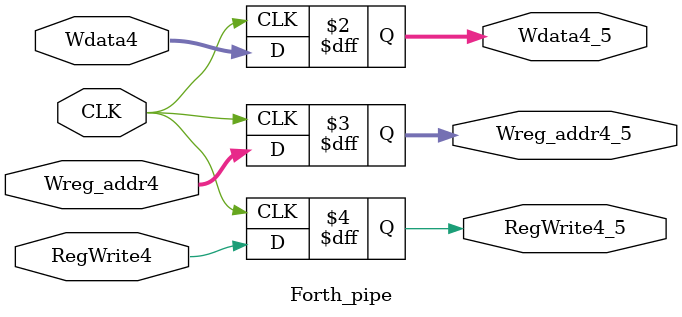
<source format=v>
module Forth_pipe(
  input CLK,
  input wire [31:0] Wdata4,
  input wire [4:0] Wreg_addr4,
  input wire RegWrite4,

  output reg [31:0] Wdata4_5,
  output reg [4:0] Wreg_addr4_5,
  output reg RegWrite4_5
);



always @(negedge CLK)
begin
Wdata4_5 <= Wdata4;
Wreg_addr4_5 <= Wreg_addr4;
RegWrite4_5 <= RegWrite4;
end

endmodule

</source>
